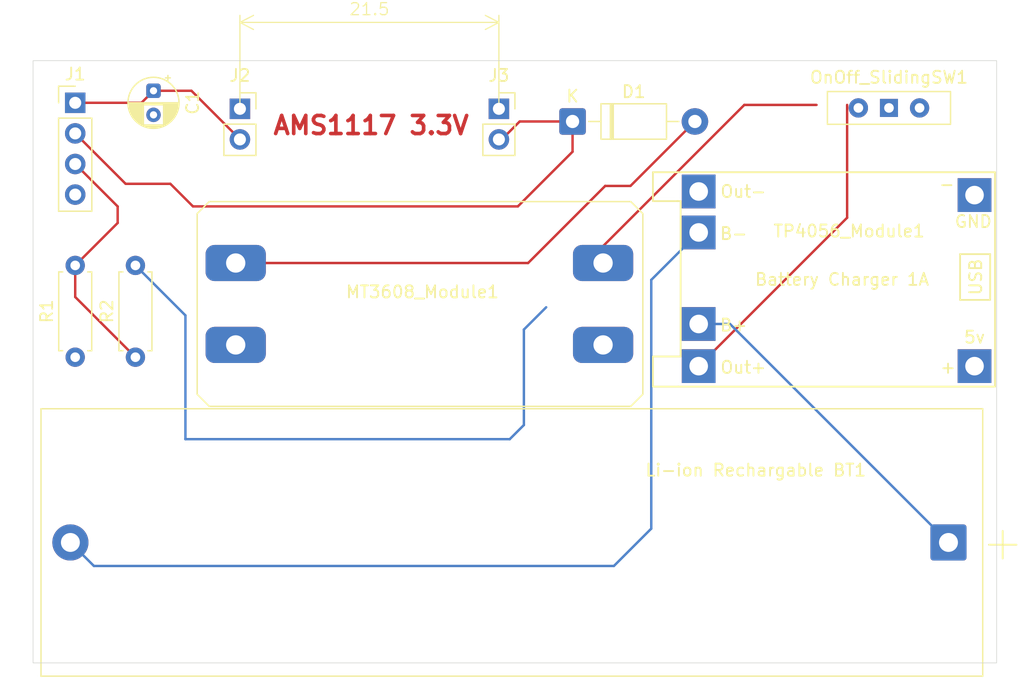
<source format=kicad_pcb>
(kicad_pcb (version 20241229) (generator "pcbnew") (generator_version "9.0")
  (layers (0 "F.Cu" signal) (2 "B.Cu" signal) (13 "F.Paste" user) (15 "B.Paste" user) (5 "F.SilkS" user "F.Silkscreen") (7 "B.SilkS" user "B.Silkscreen") (1 "F.Mask" user) (3 "B.Mask" user) (25 "Edge.Cuts" user))
  (net 0 "")
  (net 1 "GND")
  (net 2 "/3.3V")
  (net 3 "Net-(D1-A)")
  (net 4 "/5V")
  (net 6 "Net-(Li-ion Rechargable BT1-+)")
  (net 7 "Net-(Li-ion Rechargable BT1--)")
  (net 8 "Net-(MT3608_Module1-VIN+)")
  (net 9 "Net-(OnOff_SlidingSW1-B)")
  (net 12 "/Battery_Sense")
  (footprint "TMB_Library:TP4056-18650" (layer "F.Cu") (at 160.8625 140.0625 180)
    (property "Reference" "TP4056_Module1" (at 12.1125 12.9125 0) (layer "F.SilkS"))
    (property "Value" "~" (hide yes))
    (fp_line (start 28.4 17.8) (end 0 17.8) (stroke (width 0.15)) (layer "F.SilkS"))
    (fp_line (start 28.4 15.7) (end 28.4 17.8) (stroke (width 0.15)) (layer "F.SilkS"))
    (fp_line (start 28.4 15.4) (end 28.4 15.7) (stroke (width 0.15)) (layer "F.SilkS"))
    (fp_line (start 28.4 2.5) (end 26.1 2.5) (stroke (width 0.15)) (layer "F.SilkS"))
    (fp_line (start 28.4 0) (end 28.4 2.5) (stroke (width 0.15)) (layer "F.SilkS"))
    (fp_line (start 26.3 15.4) (end 28.4 15.4) (stroke (width 0.15)) (layer "F.SilkS"))
    (fp_line (start 26.3 0) (end 28.4 0) (stroke (width 0.15)) (layer "F.SilkS"))
    (fp_line (start 26.1 15.4) (end 26.4 15.4) (stroke (width 0.15)) (layer "F.SilkS"))
    (fp_line (start 26.1 2.5) (end 26.1 15.4) (stroke (width 0.15)) (layer "F.SilkS"))
    (fp_line (start 2.9 11) (end 0.4 11) (stroke (width 0.15)) (layer "F.SilkS"))
    (fp_line (start 2.9 7.2) (end 2.9 11) (stroke (width 0.15)) (layer "F.SilkS"))
    (fp_line (start 0.4 11) (end 0.4 7.3) (stroke (width 0.15)) (layer "F.SilkS"))
    (fp_line (start 0.4 7.2) (end 2.9 7.2) (stroke (width 0.15)) (layer "F.SilkS"))
    (fp_line (start 0 17.8) (end 0 0) (stroke (width 0.15)) (layer "F.SilkS"))
    (fp_line (start 0 0) (end 26.3 0) (stroke (width 0.15)) (layer "F.SilkS"))
    (fp_text user "Out-" (at 20.9 16.2 0) (layer "F.SilkS"))
    (fp_text user "USB" (at 1.6 9.1 90) (layer "F.SilkS"))
    (fp_text user "+" (at 3.9 1.6 0) (layer "F.SilkS"))
    (fp_text user "5v" (at 1.7 4.1 0) (layer "F.SilkS"))
    (fp_text user "Out+" (at 20.9 1.6 0) (layer "F.SilkS"))
    (fp_text user "-" (at 4 16.8 0) (layer "F.SilkS"))
    (fp_text user "B+" (at 21.7 5.1 0) (layer "F.SilkS"))
    (fp_text user "B-" (at 21.7 12.7 0) (layer "F.SilkS"))
    (fp_text user "GND" (at 1.8 13.7 0) (layer "F.SilkS"))
    (fp_text user "Battery Charger 1A" (at 12.7 8.9 0) (layer "F.SilkS"))
    (pad "1" thru_hole rect (at 1.7 1.7 180) (size 2.8 2.8) (drill 1.54) (layers "*.Cu" "*.Mask"))
    (pad "2" thru_hole rect (at 1.7 15.9 180) (size 2.8 2.8) (drill 1.54) (layers "*.Cu" "*.Mask"))
    (pad "3" thru_hole rect (at 24.6 1.7 180) (size 2.8 2.8) (drill 1.54) (layers "*.Cu" "*.Mask") (net 9 "Net-(OnOff_SlidingSW1-B)"))
    (pad "4" thru_hole rect (at 24.6 16.2 180) (size 2.8 2.8) (drill 1.54) (layers "*.Cu" "*.Mask") (net 1 "GND"))
    (pad "5" thru_hole rect (at 24.6 5.2 180) (size 2.8 2.8) (drill 1.54) (layers "*.Cu" "*.Mask") (net 6 "Net-(Li-ion Rechargable BT1-+)"))
    (pad "6" thru_hole rect (at 24.6 12.8 180) (size 2.8 2.8) (drill 1.54) (layers "*.Cu" "*.Mask") (net 7 "Net-(Li-ion Rechargable BT1--)"))
  )
  (footprint "Capacitor_THT:CP_Radial_D4.0mm_P2.00mm" (layer "F.Cu") (at 91 115.5 -90)
    (property "Reference" "C1" (at 1 -3.25 90) (layer "F.SilkS"))
    (property "Value" "10uF")
    (fp_line (start 1.2 0.84) (end 1.2 2.071) (stroke (width 0.12)) (layer "F.SilkS"))
    (fp_line (start 1.24 0.84) (end 1.24 2.066) (stroke (width 0.12)) (layer "F.SilkS"))
    (fp_line (start 1.28 0.84) (end 1.28 2.061) (stroke (width 0.12)) (layer "F.SilkS"))
    (fp_line (start 1.32 0.84) (end 1.32 2.056) (stroke (width 0.12)) (layer "F.SilkS"))
    (fp_line (start 1.36 0.84) (end 1.36 2.049) (stroke (width 0.12)) (layer "F.SilkS"))
    (fp_line (start 1.4 0.84) (end 1.4 2.042) (stroke (width 0.12)) (layer "F.SilkS"))
    (fp_line (start 1.44 0.84) (end 1.44 2.034) (stroke (width 0.12)) (layer "F.SilkS"))
    (fp_line (start 1.48 0.84) (end 1.48 2.025) (stroke (width 0.12)) (layer "F.SilkS"))
    (fp_line (start 1.52 0.84) (end 1.52 2.015) (stroke (width 0.12)) (layer "F.SilkS"))
    (fp_line (start 1.56 0.84) (end 1.56 2.005) (stroke (width 0.12)) (layer "F.SilkS"))
    (fp_line (start 1.6 0.84) (end 1.6 1.993) (stroke (width 0.12)) (layer "F.SilkS"))
    (fp_line (start 1.64 0.84) (end 1.64 1.981) (stroke (width 0.12)) (layer "F.SilkS"))
    (fp_line (start 1.68 0.84) (end 1.68 1.968) (stroke (width 0.12)) (layer "F.SilkS"))
    (fp_line (start 1.72 0.84) (end 1.72 1.954) (stroke (width 0.12)) (layer "F.SilkS"))
    (fp_line (start 1.76 0.84) (end 1.76 1.939) (stroke (width 0.12)) (layer "F.SilkS"))
    (fp_line (start 1.8 0.84) (end 1.8 1.923) (stroke (width 0.12)) (layer "F.SilkS"))
    (fp_line (start 1.84 0.84) (end 1.84 1.906) (stroke (width 0.12)) (layer "F.SilkS"))
    (fp_line (start 1.88 0.84) (end 1.88 1.889) (stroke (width 0.12)) (layer "F.SilkS"))
    (fp_line (start 1.92 0.84) (end 1.92 1.87) (stroke (width 0.12)) (layer "F.SilkS"))
    (fp_line (start 1.96 0.84) (end 1.96 1.85) (stroke (width 0.12)) (layer "F.SilkS"))
    (fp_line (start 2 0.84) (end 2 1.829) (stroke (width 0.12)) (layer "F.SilkS"))
    (fp_line (start 2.04 0.84) (end 2.04 1.807) (stroke (width 0.12)) (layer "F.SilkS"))
    (fp_line (start 2.08 0.84) (end 2.08 1.784) (stroke (width 0.12)) (layer "F.SilkS"))
    (fp_line (start 2.12 0.84) (end 2.12 1.76) (stroke (width 0.12)) (layer "F.SilkS"))
    (fp_line (start 2.16 0.84) (end 2.16 1.734) (stroke (width 0.12)) (layer "F.SilkS"))
    (fp_line (start 2.2 0.84) (end 2.2 1.708) (stroke (width 0.12)) (layer "F.SilkS"))
    (fp_line (start 2.24 0.84) (end 2.24 1.68) (stroke (width 0.12)) (layer "F.SilkS"))
    (fp_line (start 2.28 0.84) (end 2.28 1.65) (stroke (width 0.12)) (layer "F.SilkS"))
    (fp_line (start 2.32 0.84) (end 2.32 1.619) (stroke (width 0.12)) (layer "F.SilkS"))
    (fp_line (start 2.36 0.84) (end 2.36 1.586) (stroke (width 0.12)) (layer "F.SilkS"))
    (fp_line (start 2.4 0.84) (end 2.4 1.552) (stroke (width 0.12)) (layer "F.SilkS"))
    (fp_line (start 2.44 0.84) (end 2.44 1.516) (stroke (width 0.12)) (layer "F.SilkS"))
    (fp_line (start 2.48 0.84) (end 2.48 1.478) (stroke (width 0.12)) (layer "F.SilkS"))
    (fp_line (start 2.52 0.84) (end 2.52 1.438) (stroke (width 0.12)) (layer "F.SilkS"))
    (fp_line (start 2.56 0.84) (end 2.56 1.396) (stroke (width 0.12)) (layer "F.SilkS"))
    (fp_line (start 2.6 0.84) (end 2.6 1.351) (stroke (width 0.12)) (layer "F.SilkS"))
    (fp_line (start 2.64 0.84) (end 2.64 1.303) (stroke (width 0.12)) (layer "F.SilkS"))
    (fp_line (start 2.68 0.84) (end 2.68 1.253) (stroke (width 0.12)) (layer "F.SilkS"))
    (fp_line (start 2.72 0.84) (end 2.72 1.199) (stroke (width 0.12)) (layer "F.SilkS"))
    (fp_line (start 2.76 0.84) (end 2.76 1.142) (stroke (width 0.12)) (layer "F.SilkS"))
    (fp_line (start 2.8 0.84) (end 2.8 1.08) (stroke (width 0.12)) (layer "F.SilkS"))
    (fp_line (start 3.08 -0.37) (end 3.08 0.37) (stroke (width 0.12)) (layer "F.SilkS"))
    (fp_line (start 3.04 -0.537) (end 3.04 0.537) (stroke (width 0.12)) (layer "F.SilkS"))
    (fp_line (start 3 -0.663) (end 3 0.663) (stroke (width 0.12)) (layer "F.SilkS"))
    (fp_line (start 2.96 -0.768) (end 2.96 0.768) (stroke (width 0.12)) (layer "F.SilkS"))
    (fp_line (start 2.92 -0.859) (end 2.92 0.859) (stroke (width 0.12)) (layer "F.SilkS"))
    (fp_line (start 2.88 -0.94) (end 2.88 0.94) (stroke (width 0.12)) (layer "F.SilkS"))
    (fp_line (start 2.84 -1.013) (end 2.84 1.013) (stroke (width 0.12)) (layer "F.SilkS"))
    (fp_line (start 2.8 -1.08) (end 2.8 -0.84) (stroke (width 0.12)) (layer "F.SilkS"))
    (fp_line (start 2.76 -1.142) (end 2.76 -0.84) (stroke (width 0.12)) (layer "F.SilkS"))
    (fp_line (start -1.269801 -1.195) (end -0.869801 -1.195) (stroke (width 0.12)) (layer "F.SilkS"))
    (fp_line (start 2.72 -1.199) (end 2.72 -0.84) (stroke (width 0.12)) (layer "F.SilkS"))
    (fp_line (start 2.68 -1.253) (end 2.68 -0.84) (stroke (width 0.12)) (layer "F.SilkS"))
    (fp_line (start 2.64 -1.303) (end 2.64 -0.84) (stroke (width 0.12)) (layer "F.SilkS"))
    (fp_line (start 2.6 -1.351) (end 2.6 -0.84) (stroke (width 0.12)) (layer "F.SilkS"))
    (fp_line (start -1.069801 -1.395) (end -1.069801 -0.995) (stroke (width 0.12)) (layer "F.SilkS"))
    (fp_line (start 2.56 -1.396) (end 2.56 -0.84) (stroke (width 0.12)) (layer "F.SilkS"))
    (fp_line (start 2.52 -1.438) (end 2.52 -0.84) (stroke (width 0.12)) (layer "F.SilkS"))
    (fp_line (start 2.48 -1.478) (end 2.48 -0.84) (stroke (width 0.12)) (layer "F.SilkS"))
    (fp_line (start 2.44 -1.516) (end 2.44 -0.84) (stroke (width 0.12)) (layer "F.SilkS"))
    (fp_line (start 2.4 -1.552) (end 2.4 -0.84) (stroke (width 0.12)) (layer "F.SilkS"))
    (fp_line (start 2.36 -1.586) (end 2.36 -0.84) (stroke (width 0.12)) (layer "F.SilkS"))
    (fp_line (start 2.32 -1.619) (end 2.32 -0.84) (stroke (width 0.12)) (layer "F.SilkS"))
    (fp_line (start 2.28 -1.65) (end 2.28 -0.84) (stroke (width 0.12)) (layer "F.SilkS"))
    (fp_line (start 2.24 -1.68) (end 2.24 -0.84) (stroke (width 0.12)) (layer "F.SilkS"))
    (fp_line (start 2.2 -1.708) (end 2.2 -0.84) (stroke (width 0.12)) (layer "F.SilkS"))
    (fp_line (start 2.16 -1.734) (end 2.16 -0.84) (stroke (width 0.12)) (layer "F.SilkS"))
    (fp_line (start 2.12 -1.76) (end 2.12 -0.84) (stroke (width 0.12)) (layer "F.SilkS"))
    (fp_line (start 2.08 -1.784) (end 2.08 -0.84) (stroke (width 0.12)) (layer "F.SilkS"))
    (fp_line (start 2.04 -1.807) (end 2.04 -0.84) (stroke (width 0.12)) (layer "F.SilkS"))
    (fp_line (start 2 -1.829) (end 2 -0.84) (stroke (width 0.12)) (layer "F.SilkS"))
    (fp_line (start 1.96 -1.85) (end 1.96 -0.84) (stroke (width 0.12)) (layer "F.SilkS"))
    (fp_line (start 1.92 -1.87) (end 1.92 -0.84) (stroke (width 0.12)) (layer "F.SilkS"))
    (fp_line (start 1.88 -1.889) (end 1.88 -0.84) (stroke (width 0.12)) (layer "F.SilkS"))
    (fp_line (start 1.84 -1.906) (end 1.84 -0.84) (stroke (width 0.12)) (layer "F.SilkS"))
    (fp_line (start 1.8 -1.923) (end 1.8 -0.84) (stroke (width 0.12)) (layer "F.SilkS"))
    (fp_line (start 1.76 -1.939) (end 1.76 -0.84) (stroke (width 0.12)) (layer "F.SilkS"))
    (fp_line (start 1.72 -1.954) (end 1.72 -0.84) (stroke (width 0.12)) (layer "F.SilkS"))
    (fp_line (start 1.68 -1.968) (end 1.68 -0.84) (stroke (width 0.12)) (layer "F.SilkS"))
    (fp_line (start 1.64 -1.981) (end 1.64 -0.84) (stroke (width 0.12)) (layer "F.SilkS"))
    (fp_line (start 1.6 -1.993) (end 1.6 -0.84) (stroke (width 0.12)) (layer "F.SilkS"))
    (fp_line (start 1.56 -2.005) (end 1.56 -0.84) (stroke (width 0.12)) (layer "F.SilkS"))
    (fp_line (start 1.52 -2.015) (end 1.52 -0.84) (stroke (width 0.12)) (layer "F.SilkS"))
    (fp_line (start 1.48 -2.025) (end 1.48 -0.84) (stroke (width 0.12)) (layer "F.SilkS"))
    (fp_line (start 1.44 -2.034) (end 1.44 -0.84) (stroke (width 0.12)) (layer "F.SilkS"))
    (fp_line (start 1.4 -2.042) (end 1.4 -0.84) (stroke (width 0.12)) (layer "F.SilkS"))
    (fp_line (start 1.36 -2.049) (end 1.36 -0.84) (stroke (width 0.12)) (layer "F.SilkS"))
    (fp_line (start 1.32 -2.056) (end 1.32 -0.84) (stroke (width 0.12)) (layer "F.SilkS"))
    (fp_line (start 1.28 -2.061) (end 1.28 -0.84) (stroke (width 0.12)) (layer "F.SilkS"))
    (fp_line (start 1.24 -2.066) (end 1.24 -0.84) (stroke (width 0.12)) (layer "F.SilkS"))
    (fp_line (start 1.2 -2.071) (end 1.2 -0.84) (stroke (width 0.12)) (layer "F.SilkS"))
    (fp_line (start 1.16 -2.074) (end 1.16 2.074) (stroke (width 0.12)) (layer "F.SilkS"))
    (fp_line (start 1.12 -2.077) (end 1.12 2.077) (stroke (width 0.12)) (layer "F.SilkS"))
    (fp_line (start 1.08 -2.078) (end 1.08 2.078) (stroke (width 0.12)) (layer "F.SilkS"))
    (fp_line (start 1 -2.08) (end 1 2.08) (stroke (width 0.12)) (layer "F.SilkS"))
    (fp_line (start 1.04 -2.08) (end 1.04 2.08) (stroke (width 0.12)) (layer "F.SilkS"))
    (fp_circle (center 1 0) (end 3.12 0) (stroke (width 0.12)) (fill no) (layer "F.SilkS"))
    (pad "1" thru_hole roundrect (at 0 0 270) (size 1.2 1.2) (drill 0.6) (layers "*.Cu" "*.Mask") (roundrect_rratio 0.208333) (net 2 "/3.3V"))
    (pad "2" thru_hole circle (at 2 0 270) (size 1.2 1.2) (drill 0.6) (layers "*.Cu" "*.Mask") (net 1 "GND"))
  )
  (footprint "Battery:BatteryHolder_MPD_BK-18650-PC2" (layer "F.Cu") (at 157 153 180)
    (property "Reference" "Li-ion Rechargable BT1" (at 16 6 0) (layer "F.SilkS"))
    (property "Value" "3.7V 18650")
    (fp_line (start 75.34 11.1) (end -2.84 11.1) (stroke (width 0.12)) (layer "F.SilkS"))
    (fp_line (start 75.34 -11.1) (end 75.34 11.1) (stroke (width 0.12)) (layer "F.SilkS"))
    (fp_line (start -2.84 11.1) (end -2.84 -11.1) (stroke (width 0.12)) (layer "F.SilkS"))
    (fp_line (start -2.84 -11.1) (end 75.34 -11.1) (stroke (width 0.12)) (layer "F.SilkS"))
    (fp_text user "+" (at -4.5 0.05 0) (layer "F.SilkS") (effects (font (size 3 3))))
    (pad "" np_thru_hole circle (at 8.445 0 180) (size 3.2 3.2) (drill 3.2) (layers "*.Cu" "*.Mask"))
    (pad "" np_thru_hole circle (at 64.055 0 180) (size 3.2 3.2) (drill 3.2) (layers "*.Cu" "*.Mask"))
    (pad "1" thru_hole roundrect (at 0 0 180) (size 3 3) (drill 1.57) (layers "*.Cu" "*.Mask") (roundrect_rratio 0.083333) (net 6 "Net-(Li-ion Rechargable BT1-+)"))
    (pad "2" thru_hole circle (at 72.9 0 180) (size 3 3) (drill 1.57) (layers "*.Cu" "*.Mask") (net 7 "Net-(Li-ion Rechargable BT1--)"))
  )
  (footprint "Diode_THT:D_DO-41_SOD81_P10.16mm_Horizontal" (layer "F.Cu") (at 125.79 118.05)
    (property "Reference" "D1" (at 5.08 -2.47 0) (layer "F.SilkS"))
    (property "Value" "1N5819")
    (fp_line (start 1.34 0) (end 2.36 0) (stroke (width 0.12)) (layer "F.SilkS"))
    (fp_line (start 3.14 -1.47) (end 3.14 1.47) (stroke (width 0.12)) (layer "F.SilkS"))
    (fp_line (start 3.26 -1.47) (end 3.26 1.47) (stroke (width 0.12)) (layer "F.SilkS"))
    (fp_line (start 3.38 -1.47) (end 3.38 1.47) (stroke (width 0.12)) (layer "F.SilkS"))
    (fp_line (start 8.82 0) (end 7.8 0) (stroke (width 0.12)) (layer "F.SilkS"))
    (fp_rect (start 2.36 -1.47) (end 7.8 1.47) (stroke (width 0.12)) (fill no) (layer "F.SilkS"))
    (fp_text user "K" (at 0 -2.1 0) (layer "F.SilkS"))
    (pad "1" thru_hole roundrect (at 0 0) (size 2.2 2.2) (drill 1.1) (layers "*.Cu" "*.Mask") (roundrect_rratio 0.113636) (net 4 "/5V"))
    (pad "2" thru_hole circle (at 10.16 0) (size 2.2 2.2) (drill 1.1) (layers "*.Cu" "*.Mask") (net 3 "Net-(D1-A)"))
  )
  (footprint "Button_Switch_THT:SW_Slide-03_Wuerth-WS-SLTV_10x2.5x6.4_P2.54mm" (layer "F.Cu") (at 152.06 116.925)
    (property "Reference" "OnOff_SlidingSW1" (at 0 -2.54 0) (layer "F.SilkS"))
    (property "Value" "SW_Wuerth_450301014042")
    (fp_rect (start -5.11 -1.36) (end 5.11 1.36) (stroke (width 0.12)) (fill no) (layer "F.SilkS"))
    (pad "1" thru_hole rect (at 0 0) (size 1.5 1.5) (drill 0.8) (layers "*.Cu" "*.Mask") (net 9 "Net-(OnOff_SlidingSW1-B)"))
    (pad "2" thru_hole circle (at -2.54 0) (size 1.6 1.6) (drill 0.8) (layers "*.Cu" "*.Mask") (net 8 "Net-(MT3608_Module1-VIN+)"))
    (pad "3" thru_hole circle (at 2.54 0) (size 1.6 1.6) (drill 0.8) (layers "*.Cu" "*.Mask"))
  )
  (footprint "TMB_Library:MT3608-hw-045" (layer "F.Cu") (at 113.325 132.7 180)
    (property "Reference" "MT3608_Module1" (at 0 0.5 0) (layer "F.SilkS"))
    (property "Value" "~")
    (fp_line (start 18.7 7) (end 18.7 -8) (stroke (width 0.12)) (layer "F.SilkS"))
    (fp_line (start 18.7 -8) (end 17.7 -9) (stroke (width 0.12)) (layer "F.SilkS"))
    (fp_line (start 17.7 8) (end 18.7 7) (stroke (width 0.12)) (layer "F.SilkS"))
    (fp_line (start -17.3 8) (end 17.7 8) (stroke (width 0.12)) (layer "F.SilkS"))
    (fp_line (start -17.3 -9) (end 17.7 -9) (stroke (width 0.12)) (layer "F.SilkS"))
    (fp_line (start -18.3 7) (end -17.3 8) (stroke (width 0.12)) (layer "F.SilkS"))
    (fp_line (start -18.3 7) (end -18.3 -8) (stroke (width 0.12)) (layer "F.SilkS"))
    (fp_line (start -18.3 -8) (end -17.3 -9) (stroke (width 0.12)) (layer "F.SilkS"))
    (pad "1" thru_hole roundrect (at -15 2.9 180) (size 5 3) (drill 1.6) (layers "*.Cu" "*.Mask") (net 8 "Net-(MT3608_Module1-VIN+)"))
    (pad "2" thru_hole roundrect (at -15 -3.9 180) (size 5 3) (drill 1.6) (layers "*.Cu" "*.Mask") (net 1 "GND"))
    (pad "3" thru_hole roundrect (at 15.5 -3.9 180) (size 5 3) (drill 1.6) (layers "*.Cu" "*.Mask") (net 1 "GND"))
    (pad "4" thru_hole roundrect (at 15.5 2.9 180) (size 5 3) (drill 1.6) (layers "*.Cu" "*.Mask") (net 3 "Net-(D1-A)"))
  )
  (footprint "Connector_PinHeader_2.54mm:PinHeader_1x04_P2.54mm_Vertical" (layer "F.Cu") (at 84.5 116.5)
    (property "Reference" "J1" (at 0 -2.38 0) (layer "F.SilkS"))
    (property "Value" "Conn_01x04_Pin")
    (fp_line (start -1.38 -1.38) (end 0 -1.38) (stroke (width 0.12)) (layer "F.SilkS"))
    (fp_line (start -1.38 0) (end -1.38 -1.38) (stroke (width 0.12)) (layer "F.SilkS"))
    (fp_line (start -1.38 1.27) (end -1.38 9) (stroke (width 0.12)) (layer "F.SilkS"))
    (fp_line (start -1.38 1.27) (end 1.38 1.27) (stroke (width 0.12)) (layer "F.SilkS"))
    (fp_line (start -1.38 9) (end 1.38 9) (stroke (width 0.12)) (layer "F.SilkS"))
    (fp_line (start 1.38 1.27) (end 1.38 9) (stroke (width 0.12)) (layer "F.SilkS"))
    (pad "1" thru_hole rect (at 0 0) (size 1.7 1.7) (drill 1) (layers "*.Cu" "*.Mask") (net 2 "/3.3V"))
    (pad "2" thru_hole circle (at 0 2.54) (size 1.7 1.7) (drill 1) (layers "*.Cu" "*.Mask") (net 4 "/5V"))
    (pad "3" thru_hole circle (at 0 5.08) (size 1.7 1.7) (drill 1) (layers "*.Cu" "*.Mask") (net 12 "/Battery_Sense"))
    (pad "4" thru_hole circle (at 0 7.62) (size 1.7 1.7) (drill 1) (layers "*.Cu" "*.Mask") (net 1 "GND"))
  )
  (footprint "Connector_PinSocket_2.54mm:PinSocket_1x02_P2.54mm_Vertical" (layer "F.Cu") (at 98.175 117)
    (property "Reference" "J2" (at 0 -2.77 0) (layer "F.SilkS"))
    (property "Value" "1x02 Pin")
    (fp_line (start -1.33 1.27) (end -1.33 3.87) (stroke (width 0.12)) (layer "F.SilkS"))
    (fp_line (start -1.33 1.27) (end 1.33 1.27) (stroke (width 0.12)) (layer "F.SilkS"))
    (fp_line (start -1.33 3.87) (end 1.33 3.87) (stroke (width 0.12)) (layer "F.SilkS"))
    (fp_line (start 0 -1.33) (end 1.33 -1.33) (stroke (width 0.12)) (layer "F.SilkS"))
    (fp_line (start 1.33 -1.33) (end 1.33 0) (stroke (width 0.12)) (layer "F.SilkS"))
    (fp_line (start 1.33 1.27) (end 1.33 3.87) (stroke (width 0.12)) (layer "F.SilkS"))
    (pad "1" thru_hole rect (at 0 0) (size 1.7 1.7) (drill 1) (layers "*.Cu" "*.Mask") (net 1 "GND"))
    (pad "2" thru_hole circle (at 0 2.54) (size 1.7 1.7) (drill 1) (layers "*.Cu" "*.Mask") (net 2 "/3.3V"))
  )
  (footprint "Resistor_THT:R_Axial_DIN0207_L6.3mm_D2.5mm_P7.62mm_Horizontal" (layer "F.Cu") (at 84.5 137.62 90)
    (property "Reference" "R1" (at 3.81 -2.37 90) (layer "F.SilkS"))
    (property "Value" "100k")
    (fp_line (start 7.08 -1.37) (end 7.08 -1.04) (stroke (width 0.12)) (layer "F.SilkS"))
    (fp_line (start 0.54 -1.37) (end 7.08 -1.37) (stroke (width 0.12)) (layer "F.SilkS"))
    (fp_line (start 0.54 -1.04) (end 0.54 -1.37) (stroke (width 0.12)) (layer "F.SilkS"))
    (fp_line (start 0.54 1.04) (end 0.54 1.37) (stroke (width 0.12)) (layer "F.SilkS"))
    (fp_line (start 7.08 1.37) (end 7.08 1.04) (stroke (width 0.12)) (layer "F.SilkS"))
    (fp_line (start 0.54 1.37) (end 7.08 1.37) (stroke (width 0.12)) (layer "F.SilkS"))
    (pad "1" thru_hole circle (at 0 0 90) (size 1.6 1.6) (drill 0.8) (layers "*.Cu" "*.Mask") (net 1 "GND"))
    (pad "2" thru_hole circle (at 7.62 0 90) (size 1.6 1.6) (drill 0.8) (layers "*.Cu" "*.Mask") (net 12 "/Battery_Sense"))
  )
  (footprint "Resistor_THT:R_Axial_DIN0207_L6.3mm_D2.5mm_P7.62mm_Horizontal" (layer "F.Cu") (at 89.5 137.62 90)
    (property "Reference" "R2" (at 3.81 -2.37 90) (layer "F.SilkS"))
    (property "Value" "100k")
    (fp_line (start 7.08 -1.37) (end 7.08 -1.04) (stroke (width 0.12)) (layer "F.SilkS"))
    (fp_line (start 0.54 -1.37) (end 7.08 -1.37) (stroke (width 0.12)) (layer "F.SilkS"))
    (fp_line (start 0.54 -1.04) (end 0.54 -1.37) (stroke (width 0.12)) (layer "F.SilkS"))
    (fp_line (start 0.54 1.04) (end 0.54 1.37) (stroke (width 0.12)) (layer "F.SilkS"))
    (fp_line (start 7.08 1.37) (end 7.08 1.04) (stroke (width 0.12)) (layer "F.SilkS"))
    (fp_line (start 0.54 1.37) (end 7.08 1.37) (stroke (width 0.12)) (layer "F.SilkS"))
    (pad "1" thru_hole circle (at 0 0 90) (size 1.6 1.6) (drill 0.8) (layers "*.Cu" "*.Mask") (net 12 "/Battery_Sense"))
    (pad "2" thru_hole circle (at 7.62 0 90) (size 1.6 1.6) (drill 0.8) (layers "*.Cu" "*.Mask") (net 6 "Net-(Li-ion Rechargable BT1-+)"))
  )
  (footprint "Connector_PinSocket_2.54mm:PinSocket_1x02_P2.54mm_Vertical" (layer "F.Cu") (at 119.675 117)
    (property "Reference" "J3" (at 0 -2.77 0) (layer "F.SilkS"))
    (property "Value" "1x02 Pin")
    (fp_line (start -1.33 1.27) (end -1.33 3.87) (stroke (width 0.12)) (layer "F.SilkS"))
    (fp_line (start -1.33 1.27) (end 1.33 1.27) (stroke (width 0.12)) (layer "F.SilkS"))
    (fp_line (start -1.33 3.87) (end 1.33 3.87) (stroke (width 0.12)) (layer "F.SilkS"))
    (fp_line (start 0 -1.33) (end 1.33 -1.33) (stroke (width 0.12)) (layer "F.SilkS"))
    (fp_line (start 1.33 -1.33) (end 1.33 0) (stroke (width 0.12)) (layer "F.SilkS"))
    (fp_line (start 1.33 1.27) (end 1.33 3.87) (stroke (width 0.12)) (layer "F.SilkS"))
    (pad "1" thru_hole rect (at 0 0) (size 1.7 1.7) (drill 1) (layers "*.Cu" "*.Mask") (net 1 "GND"))
    (pad "2" thru_hole circle (at 0 2.54) (size 1.7 1.7) (drill 1) (layers "*.Cu" "*.Mask") (net 4 "/5V"))
  )
  (gr_rect (start 81 113) (end 161 163) (stroke (width 0.05)) (fill no) (layer "Edge.Cuts"))
  (gr_text "AMS1117 3.3V" (at 100.8 119.25 0) (layer "F.Cu") (effects (font (size 1.5 1.5) (thickness 0.3) (bold yes)) (justify left bottom)))
  (dimension (type orthogonal) (layer "F.SilkS") (pts (xy 98.175 117) (xy 119.675 117)) (height -7.175) (orientation 0) (format (prefix "") (suffix "") (units 3) (units_format 0) (precision 4) (suppress_zeroes yes)) (style (thickness 0.1) (arrow_length 1.27) (text_position_mode 0) (arrow_direction outward) (extension_height 0.58642) (extension_offset 0.5) (keep_text_aligned yes)) (gr_text "21.5" (at 108.925 108.725 0) (layer "F.SilkS") (effects (font (size 1 1) (thickness 0.1)))))
  (segment (start 84.5 116.5) (end 90 116.5) (width 0.2) (layer "F.Cu") (net 2))
  (segment (start 91 115.5) (end 94.15 115.5) (width 0.2) (layer "F.Cu") (net 2))
  (segment (start 94.15 115.5) (end 98.175 119.525) (width 0.2) (layer "F.Cu") (net 2))
  (segment (start 90 116.5) (end 91 115.5) (width 0.2) (layer "F.Cu") (net 2))
  (segment (start 97.825 129.8) (end 122.1 129.8) (width 0.2) (layer "F.Cu") (net 3))
  (segment (start 130.6 123.4) (end 135.95 118.05) (width 0.2) (layer "F.Cu") (net 3))
  (segment (start 122.1 129.8) (end 128.5 123.4) (width 0.2) (layer "F.Cu") (net 3))
  (segment (start 128.5 123.4) (end 130.6 123.4) (width 0.2) (layer "F.Cu") (net 3))
  (segment (start 88.685 123.225) (end 92.4 123.225) (width 0.2) (layer "F.Cu") (net 4))
  (segment (start 125.79 118.05) (end 121.4 118.05) (width 0.2) (layer "F.Cu") (net 4))
  (segment (start 92.4 123.225) (end 94.276 125.101) (width 0.2) (layer "F.Cu") (net 4))
  (segment (start 121.4 118.05) (end 119.95 119.5) (width 0.2) (layer "F.Cu") (net 4))
  (segment (start 121.248942 125.101) (end 125.79 120.559942) (width 0.2) (layer "F.Cu") (net 4))
  (segment (start 84.5 119.04) (end 88.685 123.225) (width 0.2) (layer "F.Cu") (net 4))
  (segment (start 94.276 125.101) (end 121.248942 125.101) (width 0.2) (layer "F.Cu") (net 4))
  (segment (start 125.79 120.559942) (end 125.79 118.05) (width 0.2) (layer "F.Cu") (net 4))
  (segment (start 93.65 134.15) (end 93.65 144.425) (width 0.2) (layer "B.Cu") (net 6))
  (segment (start 136.2625 134.8625) (end 138.8625 134.8625) (width 0.2) (layer "B.Cu") (net 6))
  (segment (start 121.75 143.25) (end 121.75 135.325) (width 0.2) (layer "B.Cu") (net 6))
  (segment (start 89.5 130) (end 93.65 134.15) (width 0.2) (layer "B.Cu") (net 6))
  (segment (start 93.65 144.425) (end 120.575 144.425) (width 0.2) (layer "B.Cu") (net 6))
  (segment (start 120.575 144.425) (end 121.75 143.25) (width 0.2) (layer "B.Cu") (net 6))
  (segment (start 138.8625 134.8625) (end 157 153) (width 0.2) (layer "B.Cu") (net 6))
  (segment (start 121.75 135.325) (end 123.6 133.475) (width 0.2) (layer "B.Cu") (net 6))
  (segment (start 132.325 131.2) (end 136.2625 127.2625) (width 0.2) (layer "B.Cu") (net 7))
  (segment (start 132.325 151.85) (end 132.325 131.2) (width 0.2) (layer "B.Cu") (net 7))
  (segment (start 129.224 154.951) (end 132.325 151.85) (width 0.2) (layer "B.Cu") (net 7))
  (segment (start 84.1 153) (end 86.051 154.951) (width 0.2) (layer "B.Cu") (net 7))
  (segment (start 86.051 154.951) (end 129.224 154.951) (width 0.2) (layer "B.Cu") (net 7))
  (segment (start 146.045 116.675) (end 140.048 116.675) (width 0.2) (layer "F.Cu") (net 8))
  (segment (start 128.325 128.398) (end 128.325 129.8) (width 0.2) (layer "F.Cu") (net 8))
  (segment (start 140.048 116.675) (end 128.325 128.398) (width 0.2) (layer "F.Cu") (net 8))
  (segment (start 148.585 116.675) (end 148.585 126.04) (width 0.2) (layer "F.Cu") (net 9))
  (segment (start 148.585 126.04) (end 136.2625 138.3625) (width 0.2) (layer "F.Cu") (net 9))
  (segment (start 84.5 132.62) (end 89.5 137.62) (width 0.2) (layer "F.Cu") (net 12))
  (segment (start 88.025 125.105) (end 88.025 126.475) (width 0.2) (layer "F.Cu") (net 12))
  (segment (start 84.5 130) (end 84.5 132.62) (width 0.2) (layer "F.Cu") (net 12))
  (segment (start 88.025 126.475) (end 84.5 130) (width 0.2) (layer "F.Cu") (net 12))
  (segment (start 84.5 121.58) (end 88.025 125.105) (width 0.2) (layer "F.Cu") (net 12))
)
</source>
